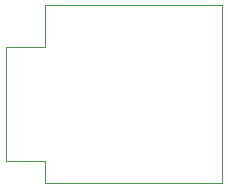
<source format=gbr>
G04 #@! TF.GenerationSoftware,KiCad,Pcbnew,(5.1.2)-1*
G04 #@! TF.CreationDate,2020-11-19T11:24:47+01:00*
G04 #@! TF.ProjectId,HB-ES-PMSwX-Pl_GosoundSP111,48422d45-532d-4504-9d53-77582d506c5f,rev?*
G04 #@! TF.SameCoordinates,Original*
G04 #@! TF.FileFunction,Profile,NP*
%FSLAX46Y46*%
G04 Gerber Fmt 4.6, Leading zero omitted, Abs format (unit mm)*
G04 Created by KiCad (PCBNEW (5.1.2)-1) date 2020-11-19 11:24:47*
%MOMM*%
%LPD*%
G04 APERTURE LIST*
%ADD10C,0.050000*%
G04 APERTURE END LIST*
D10*
X112674400Y-60299600D02*
X109372400Y-60299600D01*
X112674400Y-56743600D02*
X112674400Y-60299600D01*
X112674400Y-69977000D02*
X112674400Y-71831200D01*
X109372400Y-69977000D02*
X112674400Y-69977000D01*
X109372400Y-60299600D02*
X109372400Y-69977000D01*
X127685800Y-71831200D02*
X112674400Y-71831200D01*
X127685800Y-56743600D02*
X127685800Y-71831200D01*
X112674400Y-56743600D02*
X127685800Y-56743600D01*
M02*

</source>
